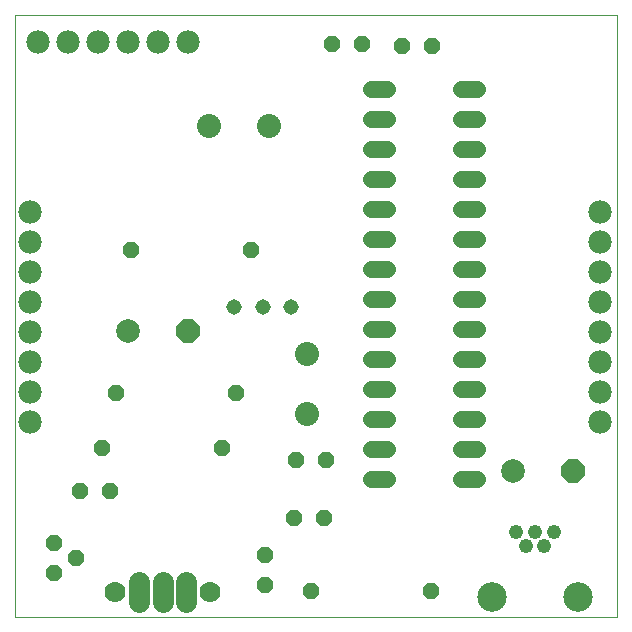
<source format=gts>
G75*
%MOIN*%
%OFA0B0*%
%FSLAX25Y25*%
%IPPOS*%
%LPD*%
%AMOC8*
5,1,8,0,0,1.08239X$1,22.5*
%
%ADD10C,0.00000*%
%ADD11OC8,0.05600*%
%ADD12C,0.07900*%
%ADD13OC8,0.07900*%
%ADD14C,0.05600*%
%ADD15C,0.07800*%
%ADD16C,0.05156*%
%ADD17C,0.08000*%
%ADD18C,0.06896*%
%ADD19C,0.07000*%
%ADD20C,0.04762*%
%ADD21C,0.09849*%
D10*
X0001800Y0007058D02*
X0001800Y0207846D01*
X0202587Y0207846D01*
X0202587Y0007058D01*
X0001800Y0007058D01*
D11*
X0014627Y0021814D03*
X0022127Y0026814D03*
X0014627Y0031814D03*
X0023574Y0048933D03*
X0033574Y0048933D03*
X0030647Y0063453D03*
X0035484Y0081561D03*
X0070647Y0063453D03*
X0075484Y0081561D03*
X0095332Y0059275D03*
X0105332Y0059275D03*
X0104736Y0040125D03*
X0094736Y0040125D03*
X0085217Y0027584D03*
X0085217Y0017584D03*
X0100323Y0015692D03*
X0140323Y0015692D03*
X0080329Y0129380D03*
X0040329Y0129380D03*
X0107417Y0197903D03*
X0117417Y0197903D03*
X0130629Y0197389D03*
X0140629Y0197389D03*
D12*
X0039591Y0102372D03*
X0167843Y0055860D03*
D13*
X0187843Y0055860D03*
X0059591Y0102372D03*
D14*
X0120607Y0103082D02*
X0125807Y0103082D01*
X0125807Y0093082D02*
X0120607Y0093082D01*
X0120607Y0083082D02*
X0125807Y0083082D01*
X0125807Y0073082D02*
X0120607Y0073082D01*
X0120607Y0063082D02*
X0125807Y0063082D01*
X0125807Y0053082D02*
X0120607Y0053082D01*
X0150607Y0053082D02*
X0155807Y0053082D01*
X0155807Y0063082D02*
X0150607Y0063082D01*
X0150607Y0073082D02*
X0155807Y0073082D01*
X0155807Y0083082D02*
X0150607Y0083082D01*
X0150607Y0093082D02*
X0155807Y0093082D01*
X0155807Y0103082D02*
X0150607Y0103082D01*
X0150607Y0113082D02*
X0155807Y0113082D01*
X0155807Y0123082D02*
X0150607Y0123082D01*
X0150607Y0133082D02*
X0155807Y0133082D01*
X0155807Y0143082D02*
X0150607Y0143082D01*
X0150607Y0153082D02*
X0155807Y0153082D01*
X0155807Y0163082D02*
X0150607Y0163082D01*
X0150607Y0173082D02*
X0155807Y0173082D01*
X0155807Y0183082D02*
X0150607Y0183082D01*
X0125807Y0183082D02*
X0120607Y0183082D01*
X0120607Y0173082D02*
X0125807Y0173082D01*
X0125807Y0163082D02*
X0120607Y0163082D01*
X0120607Y0153082D02*
X0125807Y0153082D01*
X0125807Y0143082D02*
X0120607Y0143082D01*
X0120607Y0133082D02*
X0125807Y0133082D01*
X0125807Y0123082D02*
X0120607Y0123082D01*
X0120607Y0113082D02*
X0125807Y0113082D01*
D15*
X0196800Y0112058D03*
X0196800Y0102058D03*
X0196800Y0092058D03*
X0196800Y0082058D03*
X0196800Y0072058D03*
X0196800Y0122058D03*
X0196800Y0132058D03*
X0196800Y0142058D03*
X0059521Y0198551D03*
X0049521Y0198551D03*
X0039521Y0198551D03*
X0029521Y0198551D03*
X0019521Y0198551D03*
X0009521Y0198551D03*
X0006800Y0142058D03*
X0006800Y0132058D03*
X0006800Y0122058D03*
X0006800Y0112058D03*
X0006800Y0102058D03*
X0006800Y0092058D03*
X0006800Y0082058D03*
X0006800Y0072058D03*
D16*
X0074785Y0110432D03*
X0084391Y0110432D03*
X0093785Y0110432D03*
D17*
X0098994Y0094716D03*
X0098994Y0074716D03*
X0086563Y0170746D03*
X0066563Y0170746D03*
D18*
X0058848Y0018633D02*
X0058848Y0012137D01*
X0050974Y0012137D02*
X0050974Y0018633D01*
X0043100Y0018633D02*
X0043100Y0012137D01*
D19*
X0035226Y0015385D03*
X0066722Y0015385D03*
D20*
X0168800Y0035502D03*
X0171950Y0030778D03*
X0175099Y0035502D03*
X0178249Y0030778D03*
X0181399Y0035502D03*
D21*
X0189469Y0013652D03*
X0160729Y0013652D03*
M02*

</source>
